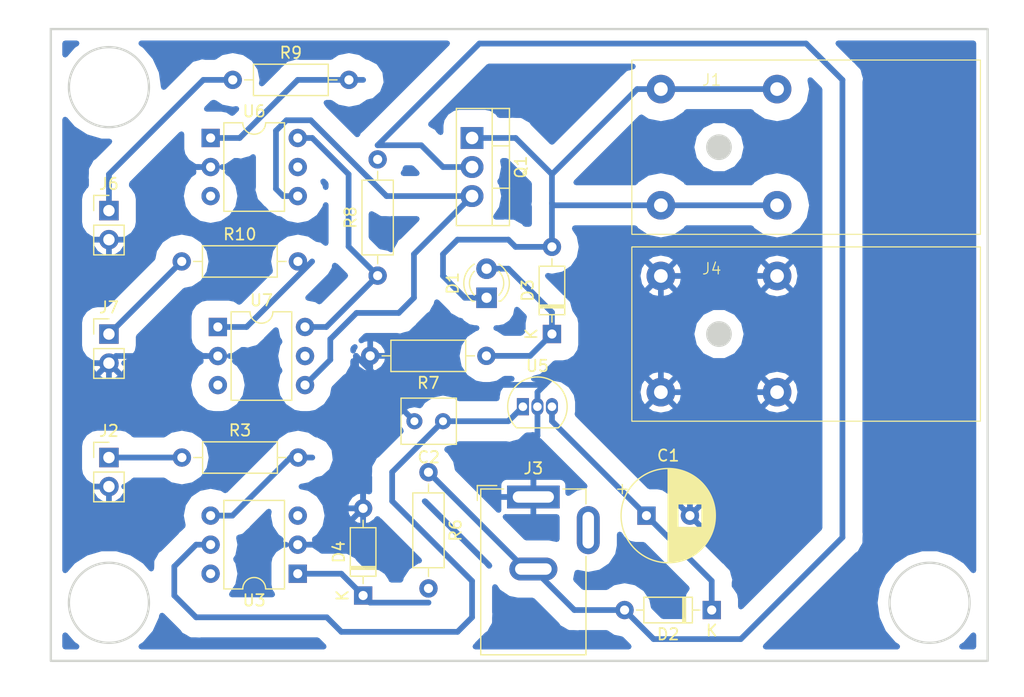
<source format=kicad_pcb>
(kicad_pcb (version 20221018) (generator pcbnew)
  (layers (0 "F.Cu" signal) (31 "B.Cu" signal) (34 "B.Paste" user) (35 "F.Paste" user) (36 "B.SilkS" user "B.Silkscreen") (37 "F.SilkS" user "F.Silkscreen") (38 "B.Mask" user) (39 "F.Mask" user) (44 "Edge.Cuts" user))
  (net 0 "")
  (net 1 "Net-(D2-K)")
  (net 2 "GND")
  (net 3 "+5V")
  (net 4 "Net-(D1-K)")
  (net 5 "Net-(D1-A)")
  (net 6 "VIN")
  (net 7 "Net-(D4-K)")
  (net 8 "Net-(Q1-G)")
  (net 9 "Net-(J2-Pin_1)")
  (net 10 "Net-(R3-Pad2)")
  (net 11 "Net-(R8-Pad1)")
  (net 12 "Net-(J6-Pin_1)")
  (net 13 "Net-(R9-Pad2)")
  (net 14 "Net-(J7-Pin_1)")
  (net 15 "Net-(R10-Pad2)")
  (footprint "Package_DIP:DIP-6_W7.62mm" (layer "F.Cu") (at 63.5 85.105)
    (fp_text reference "U7" (at 3.81 -2.33) (layer "F.SilkS"))
    (fp_text value "MOC3061M")
    (fp_line (start 1.16 -1.33) (end 1.16 6.41) (stroke (width 0.12)) (layer "F.SilkS"))
    (fp_line (start 1.16 6.41) (end 6.46 6.41) (stroke (width 0.12)) (layer "F.SilkS"))
    (fp_line (start 2.81 -1.33) (end 1.16 -1.33) (stroke (width 0.12)) (layer "F.SilkS"))
    (fp_line (start 6.46 -1.33) (end 4.81 -1.33) (stroke (width 0.12)) (layer "F.SilkS"))
    (fp_line (start 6.46 6.41) (end 6.46 -1.33) (stroke (width 0.12)) (layer "F.SilkS"))
    (fp_arc (start 4.81 -1.33) (mid 3.81 -0.33) (end 2.81 -1.33) (stroke (width 0.12)) (layer "F.SilkS"))
    (pad "1" thru_hole rect (at 0 0) (size 1.6 1.6) (drill 0.8) (layers "*.Cu" "*.Mask") (net 15 "Net-(R10-Pad2)"))
    (pad "2" thru_hole oval (at 0 2.54) (size 1.6 1.6) (drill 0.8) (layers "*.Cu" "*.Mask") (net 2 "GND"))
    (pad "3" thru_hole oval (at 0 5.08) (size 1.6 1.6) (drill 0.8) (layers "*.Cu" "*.Mask"))
    (pad "4" thru_hole oval (at 7.62 5.08) (size 1.6 1.6) (drill 0.8) (layers "*.Cu" "*.Mask") (net 8 "Net-(Q1-G)"))
    (pad "5" thru_hole oval (at 7.62 2.54) (size 1.6 1.6) (drill 0.8) (layers "*.Cu" "*.Mask"))
    (pad "6" thru_hole oval (at 7.62 0) (size 1.6 1.6) (drill 0.8) (layers "*.Cu" "*.Mask") (net 11 "Net-(R8-Pad1)"))
  )
  (footprint "Capacitor_THT:CP_Radial_D8.0mm_P3.80mm" (layer "F.Cu") (at 100.975 101.6)
    (fp_text reference "C1" (at 1.9 -5.25) (layer "F.SilkS"))
    (fp_text value "220uF 25V")
    (fp_line (start -2.509698 -2.315) (end -1.709698 -2.315) (stroke (width 0.12)) (layer "F.SilkS"))
    (fp_line (start -2.109698 -2.715) (end -2.109698 -1.915) (stroke (width 0.12)) (layer "F.SilkS"))
    (fp_line (start 1.9 -4.08) (end 1.9 4.08) (stroke (width 0.12)) (layer "F.SilkS"))
    (fp_line (start 1.94 -4.08) (end 1.94 4.08) (stroke (width 0.12)) (layer "F.SilkS"))
    (fp_line (start 1.98 -4.08) (end 1.98 4.08) (stroke (width 0.12)) (layer "F.SilkS"))
    (fp_line (start 2.02 -4.079) (end 2.02 4.079) (stroke (width 0.12)) (layer "F.SilkS"))
    (fp_line (start 2.06 -4.077) (end 2.06 4.077) (stroke (width 0.12)) (layer "F.SilkS"))
    (fp_line (start 2.1 -4.076) (end 2.1 4.076) (stroke (width 0.12)) (layer "F.SilkS"))
    (fp_line (start 2.14 -4.074) (end 2.14 4.074) (stroke (width 0.12)) (layer "F.SilkS"))
    (fp_line (start 2.18 -4.071) (end 2.18 4.071) (stroke (width 0.12)) (layer "F.SilkS"))
    (fp_line (start 2.22 -4.068) (end 2.22 4.068) (stroke (width 0.12)) (layer "F.SilkS"))
    (fp_line (start 2.26 -4.065) (end 2.26 4.065) (stroke (width 0.12)) (layer "F.SilkS"))
    (fp_line (start 2.3 -4.061) (end 2.3 4.061) (stroke (width 0.12)) (layer "F.SilkS"))
    (fp_line (start 2.34 -4.057) (end 2.34 4.057) (stroke (width 0.12)) (layer "F.SilkS"))
    (fp_line (start 2.38 -4.052) (end 2.38 4.052) (stroke (width 0.12)) (layer "F.SilkS"))
    (fp_line (start 2.42 -4.048) (end 2.42 4.048) (stroke (width 0.12)) (layer "F.SilkS"))
    (fp_line (start 2.46 -4.042) (end 2.46 4.042) (stroke (width 0.12)) (layer "F.SilkS"))
    (fp_line (start 2.5 -4.037) (end 2.5 4.037) (stroke (width 0.12)) (layer "F.SilkS"))
    (fp_line (start 2.54 -4.03) (end 2.54 4.03) (stroke (width 0.12)) (layer "F.SilkS"))
    (fp_line (start 2.58 -4.024) (end 2.58 4.024) (stroke (width 0.12)) (layer "F.SilkS"))
    (fp_line (start 2.621 -4.017) (end 2.621 4.017) (stroke (width 0.12)) (layer "F.SilkS"))
    (fp_line (start 2.661 -4.01) (end 2.661 4.01) (stroke (width 0.12)) (layer "F.SilkS"))
    (fp_line (start 2.701 -4.002) (end 2.701 4.002) (stroke (width 0.12)) (layer "F.SilkS"))
    (fp_line (start 2.741 -3.994) (end 2.741 3.994) (stroke (width 0.12)) (layer "F.SilkS"))
    (fp_line (start 2.781 -3.985) (end 2.781 -1.04) (stroke (width 0.12)) (layer "F.SilkS"))
    (fp_line (start 2.781 1.04) (end 2.781 3.985) (stroke (width 0.12)) (layer "F.SilkS"))
    (fp_line (start 2.821 -3.976) (end 2.821 -1.04) (stroke (width 0.12)) (layer "F.SilkS"))
    (fp_line (start 2.821 1.04) (end 2.821 3.976) (stroke (width 0.12)) (layer "F.SilkS"))
    (fp_line (start 2.861 -3.967) (end 2.861 -1.04) (stroke (width 0.12)) (layer "F.SilkS"))
    (fp_line (start 2.861 1.04) (end 2.861 3.967) (stroke (width 0.12)) (layer "F.SilkS"))
    (fp_line (start 2.901 -3.957) (end 2.901 -1.04) (stroke (width 0.12)) (layer "F.SilkS"))
    (fp_line (start 2.901 1.04) (end 2.901 3.957) (stroke (width 0.12)) (layer "F.SilkS"))
    (fp_line (start 2.941 -3.947) (end 2.941 -1.04) (stroke (width 0.12)) (layer "F.SilkS"))
    (fp_line (start 2.941 1.04) (end 2.941 3.947) (stroke (width 0.12)) (layer "F.SilkS"))
    (fp_line (start 2.981 -3.936) (end 2.981 -1.04) (stroke (width 0.12)) (layer "F.SilkS"))
    (fp_line (start 2.981 1.04) (end 2.981 3.936) (stroke (width 0.12)) (layer "F.SilkS"))
    (fp_line (start 3.021 -3.925) (end 3.021 -1.04) (stroke (width 0.12)) (layer "F.SilkS"))
    (fp_line (start 3.021 1.04) (end 3.021 3.925) (stroke (width 0.12)) (layer "F.SilkS"))
    (fp_line (start 3.061 -3.914) (end 3.061 -1.04) (stroke (width 0.12)) (layer "F.SilkS"))
    (fp_line (start 3.061 1.04) (end 3.061 3.914) (stroke (width 0.12)) (layer "F.SilkS"))
    (fp_line (start 3.101 -3.902) (end 3.101 -1.04) (stroke (width 0.12)) (layer "F.SilkS"))
    (fp_line (start 3.101 1.04) (end 3.101 3.902) (stroke (width 0.12)) (layer "F.SilkS"))
    (fp_line (start 3.141 -3.889) (end 3.141 -1.04) (stroke (width 0.12)) (layer "F.SilkS"))
    (fp_line (start 3.141 1.04) (end 3.141 3.889) (stroke (width 0.12)) (layer "F.SilkS"))
    (fp_line (start 3.181 -3.877) (end 3.181 -1.04) (stroke (width 0.12)) (layer "F.SilkS"))
    (fp_line (start 3.181 1.04) (end 3.181 3.877) (stroke (width 0.12)) (layer "F.SilkS"))
    (fp_line (start 3.221 -3.863) (end 3.221 -1.04) (stroke (width 0.12)) (layer "F.SilkS"))
    (fp_line (start 3.221 1.04) (end 3.221 3.863) (stroke (width 0.12)) (layer "F.SilkS"))
    (fp_line (start 3.261 -3.85) (end 3.261 -1.04) (stroke (width 0.12)) (layer "F.SilkS"))
    (fp_line (start 3.261 1.04) (end 3.261 3.85) (stroke (width 0.12)) (layer "F.SilkS"))
    (fp_line (start 3.301 -3.835) (end 3.301 -1.04) (stroke (width 0.12)) (layer "F.SilkS"))
    (fp_line (start 3.301 1.04) (end 3.301 3.835) (stroke (width 0.12)) (layer "F.SilkS"))
    (fp_line (start 3.341 -3.821) (end 3.341 -1.04) (stroke (width 0.12)) (layer "F.SilkS"))
    (fp_line (start 3.341 1.04) (end 3.341 3.821) (stroke (width 0.12)) (layer "F.SilkS"))
    (fp_line (start 3.381 -3.805) (end 3.381 -1.04) (stroke (width 0.12)) (layer "F.SilkS"))
    (fp_line (start 3.381 1.04) (end 3.381 3.805) (stroke (width 0.12)) (layer "F.SilkS"))
    (fp_line (start 3.421 -3.79) (end 3.421 -1.04) (stroke (width 0.12)) (layer "F.SilkS"))
    (fp_line (start 3.421 1.04) (end 3.421 3.79) (stroke (width 0.12)) (layer "F.SilkS"))
    (fp_line (start 3.461 -3.774) (end 3.461 -1.04) (stroke (width 0.12)) (layer "F.SilkS"))
    (fp_line (start 3.461 1.04) (end 3.461 3.774) (stroke (width 0.12)) (layer "F.SilkS"))
    (fp_line (start 3.501 -3.757) (end 3.501 -1.04) (stroke (width 0.12)) (layer "F.SilkS"))
    (fp_line (start 3.501 1.04) (end 3.501 3.757) (stroke (width 0.12)) (layer "F.SilkS"))
    (fp_line (start 3.541 -3.74) (end 3.541 -1.04) (stroke (width 0.12)) (layer "F.SilkS"))
    (fp_line (start 3.541 1.04) (end 3.541 3.74) (stroke (width 0.12)) (layer "F.SilkS"))
    (fp_line (start 3.581 -3.722) (end 3.581 -1.04) (stroke (width 0.12)) (layer "F.SilkS"))
    (fp_line (start 3.581 1.04) (end 3.581 3.722) (stroke (width 0.12)) (layer "F.SilkS"))
    (fp_line (start 3.621 -3.704) (end 3.621 -1.04) (stroke (width 0.12)) (layer "F.SilkS"))
    (fp_line (start 3.621 1.04) (end 3.621 3.704) (stroke (width 0.12)) (layer "F.SilkS"))
    (fp_line (start 3.661 -3.686) (end 3.661 -1.04) (stroke (width 0.12)) (layer "F.SilkS"))
    (fp_line (start 3.661 1.04) (end 3.661 3.686) (stroke (width 0.12)) (layer "F.SilkS"))
    (fp_line (start 3.701 -3.666) (end 3.701 -1.04) (stroke (width 0.12)) (layer "F.SilkS"))
    (fp_line (start 3.701 1.04) (end 3.701 3.666) (stroke (width 0.12)) (layer "F.SilkS"))
    (fp_line (start 3.741 -3.647) (end 3.741 -1.04) (stroke (width 0.12)) (layer "F.SilkS"))
    (fp_line (start 3.741 1.04) (end 3.741 3.647) (stroke (width 0.12)) (layer "F.SilkS"))
    (fp_line (start 3.781 -3.627) (end 3.781 -1.04) (stroke (width 0.12)) (layer "F.SilkS"))
    (fp_line (start 3.781 1.04) (end 3.781 3.627) (stroke (width 0.12)) (layer "F.SilkS"))
    (fp_line (start 3.821 -3.606) (end 3.821 -1.04) (stroke (width 0.12)) (layer "F.SilkS"))
    (fp_line (start 3.821 1.04) (end 3.821 3.606) (stroke (width 0.12)) (layer "F.SilkS"))
    (fp_line (start 3.861 -3.584) (end 3.861 -1.04) (stroke (width 0.12)) (layer "F.SilkS"))
    (fp_line (start 3.861 1.04) (end 3.861 3.584) (stroke (width 0.12)) (layer "F.SilkS"))
    (fp_line (start 3.901 -3.562) (end 3.901 -1.04) (stroke (width 0.12)) (layer "F.SilkS"))
    (fp_line (start 3.901 1.04) (end 3.901 3.562) (stroke (width 0.12)) (layer "F.SilkS"))
    (fp_line (start 3.941 -3.54) (end 3.941 -1.04) (stroke (width 0.12)) (layer "F.SilkS"))
    (fp_line (start 3.941 1.04) (end 3.941 3.54) (stroke (width 0.12)) (layer "F.SilkS"))
    (fp_line (start 3.981 -3.517) (end 3.981 -1.04) (stroke (width 0.12)) (layer "F.SilkS"))
    (fp_line (start 3.981 1.04) (end 3.981 3.517) (stroke (width 0.12)) (layer "F.SilkS"))
    (fp_line (start 4.021 -3.493) (end 4.021 -1.04) (stroke (width 0.12)) (layer "F.SilkS"))
    (fp_line (start 4.021 1.04) (end 4.021 3.493) (stroke (width 0.12)) (layer "F.SilkS"))
    (fp_line (start 4.061 -3.469) (end 4.061 -1.04) (stroke (width 0.12)) (layer "F.SilkS"))
    (fp_line (start 4.061 1.04) (end 4.061 3.469) (stroke (width 0.12)) (layer "F.SilkS"))
    (fp_line (start 4.101 -3.444) (end 4.101 -1.04) (stroke (width 0.12)) (layer "F.SilkS"))
    (fp_line (start 4.101 1.04) (end 4.101 3.444) (stroke (width 0.12)) (layer "F.SilkS"))
    (fp_line (start 4.141 -3.418) (end 4.141 -1.04) (stroke (width 0.12)) (layer "F.SilkS"))
    (fp_line (start 4.141 1.04) (end 4.141 3.418) (stroke (width 0.12)) (layer "F.SilkS"))
    (fp_line (start 4.181 -3.392) (end 4.181 -1.04) (stroke (width 0.12)) (layer "F.SilkS"))
    (fp_line (start 4.181 1.04) (end 4.181 3.392) (stroke (width 0.12)) (layer "F.SilkS"))
    (fp_line (start 4.221 -3.365) (end 4.221 -1.04) (stroke (width 0.12)) (layer "F.SilkS"))
    (fp_line (start 4.221 1.04) (end 4.221 3.365) (stroke (width 0.12)) (layer "F.SilkS"))
    (fp_line (start 4.261 -3.338) (end 4.261 -1.04) (stroke (width 0.12)) (layer "F.SilkS"))
    (fp_line (start 4.261 1.04) (end 4.261 3.338) (stroke (width 0.12)) (layer "F.SilkS"))
    (fp_line (start 4.301 -3.309) (end 4.301 -1.04) (stroke (width 0.12)) (layer "F.SilkS"))
    (fp_line (start 4.301 1.04) (end 4.301 3.309) (stroke (width 0.12)) (layer "F.SilkS"))
    (fp_line (start 4.341 -3.28) (end 4.341 -1.04) (stroke (width 0.12)) (layer "F.SilkS"))
    (fp_line (start 4.341 1.04) (end 4.341 3.28) (stroke (width 0.12)) (layer "F.SilkS"))
    (fp_line (start 4.381 -3.25) (end 4.381 -1.04) (stroke (width 0.12)) (layer "F.SilkS"))
    (fp_line (start 4.381 1.04) (end 4.381 3.25) (stroke (width 0.12)) (layer "F.SilkS"))
    (fp_line (start 4.421 -3.22) (end 4.421 -1.04) (stroke (width 0.12)) (layer "F.SilkS"))
    (fp_line (start 4.421 1.04) (end 4.421 3.22) (stroke (width 0.12)) (layer "F.SilkS"))
    (fp_line (start 4.461 -3.189) (end 4.461 -1.04) (stroke (width 0.12)) (layer "F.SilkS"))
    (fp_line (start 4.461 1.04) (end 4.461 3.189) (stroke (width 0.12)) (layer "F.SilkS"))
    (fp_line (start 4.501 -3.156) (end 4.501 -1.04) (stroke (width 0.12)) (layer "F.SilkS"))
    (fp_line (start 4.501 1.04) (end 4.501 3.156) (stroke (width 0.12)) (layer "F.SilkS"))
    (fp_line (start 4.541 -3.124) (end 4.541 -1.04) (stroke (width 0.12)) (layer "F.SilkS"))
    (fp_line (start 4.541 1.04) (end 4.541 3.124) (stroke (width 0.12)) (layer "F.SilkS"))
    (fp_line (start 4.581 -3.09) (end 4.581 -1.04) (stroke (width 0.12)) (layer "F.SilkS"))
    (fp_line (start 4.581 1.04) (end 4.581 3.09) (stroke (width 0.12)) (layer "F.SilkS"))
    (fp_line (start 4.621 -3.055) (end 4.621 -1.04) (stroke (width 0.12)) (layer "F.SilkS"))
    (fp_line (start 4.621 1.04) (end 4.621 3.055) (stroke (width 0.12)) (layer "F.SilkS"))
    (fp_line (start 4.661 -3.019) (end 4.661 -1.04) (stroke (width 0.12)) (layer "F.SilkS"))
    (fp_line (start 4.661 1.04) (end 4.661 3.019) (stroke (width 0.12)) (layer "F.SilkS"))
    (fp_line (start 4.701 -2.983) (end 4.701 -1.04) (stroke (width 0.12)) (layer "F.SilkS"))
    (fp_line (start 4.701 1.04) (end 4.701 2.983) (stroke (width 0.12)) (layer "F.SilkS"))
    (fp_line (start 4.741 -2.945) (end 4.741 -1.04) (stroke (width 0.12)) (layer "F.SilkS"))
    (fp_line (start 4.741 1.04) (end 4.741 2.945) (stroke (width 0.12)) (layer "F.SilkS"))
    (fp_line (start 4.781 -2.907) (end 4.781 -1.04) (stroke (width 0.12)) (layer "F.SilkS"))
    (fp_line (start 4.781 1.04) (end 4.781 2.907) (stroke (width 0.12)) (layer "F.SilkS"))
    (fp_line (start 4.821 -2.867) (end 4.821 -1.04) (stroke (width 0.12)) (layer "F.SilkS"))
    (fp_line (start 4.821 1.04) (end 4.821 2.867) (stroke (width 0.12)) (layer "F.SilkS"))
    (fp_line (start 4.861 -2.826) (end 4.861 2.826) (stroke (width 0.12)) (layer "F.SilkS"))
    (fp_line (start 4.901 -2.784) (end 4.901 2.784) (stroke (width 0.12)) (layer "F.SilkS"))
    (fp_line (start 4.941 -2.741) (end 4.941 2.741) (stroke (width 0.12)) (layer "F.SilkS"))
    (fp_line (start 4.981 -2.697) (end 4.981 2.697) (stroke (width 0.12)) (layer "F.SilkS"))
    (fp_line (start 5.021 -2.651) (end 5.021 2.651) (stroke (width 0.12)) (layer "F.SilkS"))
    (fp_line (start 5.061 -2.604) (end 5.061 2.604) (stroke (width 0.12)) (layer "F.SilkS"))
    (fp_line (start 5.101 -2.556) (end 5.101 2.556) (stroke (width 0.12)) (layer "F.SilkS"))
    (fp_line (start 5.141 -2.505) (end 5.141 2.505) (stroke (width 0.12)) (layer "F.SilkS"))
    (fp_line (start 5.181 -2.454) (end 5.181 2.454) (stroke (width 0.12)) (layer "F.SilkS"))
    (fp_line (start 5.221 -2.4) (end 5.221 2.4) (stroke (width 0.12)) (layer "F.SilkS"))
    (fp_line (start 5.261 -2.345) (end 5.261 2.345) (stroke (width 0.12)) (layer "F.SilkS"))
    (fp_line (start 5.301 -2.287) (end 5.301 2.287) (stroke (width 0.12)) (layer "F.SilkS"))
    (fp_line (start 5.341 -2.228) (end 5.341 2.228) (stroke (width 0.12)) (layer "F.SilkS"))
    (fp_line (start 5.381 -2.166) (end 5.381 2.166) (stroke (width 0.12)) (layer "F.SilkS"))
    (fp_line (start 5.421 -2.102) (end 5.421 2.102) (stroke (width 0.12)) (layer "F.SilkS"))
    (fp_line (start 5.461 -2.034) (end 5.461 2.034) (stroke (width 0.12)) (layer "F.SilkS"))
    (fp_line (start 5.501 -1.964) (end 5.501 1.964) (stroke (width 0.12)) (layer "F.SilkS"))
    (fp_line (start 5.541 -1.89) (end 5.541 1.89) (stroke (width 0.12)) (layer "F.SilkS"))
    (fp_line (start 5.581 -1.813) (end 5.581 1.813) (stroke (width 0.12)) (layer "F.SilkS"))
    (fp_line (start 5.621 -1.731) (end 5.621 1.731) (stroke (width 0.12)) (layer "F.SilkS"))
    (fp_line (start 5.661 -1.645) (end 5.661 1.645) (stroke (width 0.12)) (layer "F.SilkS"))
    (fp_line (start 5.701 -1.552) (end 5.701 1.552) (stroke (width 0.12)) (layer "F.SilkS"))
    (fp_line (start 5.741 -1.453) (end 5.741 1.453) (stroke (width 0.12)) (layer "F.SilkS"))
    (fp_line (start 5.781 -1.346) (end 5.781 1.346) (stroke (width 0.12)) (layer "F.SilkS"))
    (fp_line (start 5.821 -1.229) (end 5.821 1.229) (stroke (width 0.12)) (layer "F.SilkS"))
    (fp_line (start 5.861 -1.098) (end 5.861 1.098) (stroke (width 0.12)) (layer "F.SilkS"))
    (fp_line (start 5.901 -0.948) (end 5.901 0.948) (stroke (width 0.12)) (layer "F.SilkS"))
    (fp_line (start 5.941 -0.768) (end 5.941 0.768) (stroke (width 0.12)) (layer "F.SilkS"))
    (fp_line (start 5.981 -0.533) (end 5.981 0.533) (stroke (width 0.12)) (layer "F.SilkS"))
    (fp_circle (center 1.9 0) (end 6.02 0) (stroke (width 0.12)) (fill none) (layer "F.SilkS"))
    (pad "1" thru_hole rect (at 0 0) (size 1.6 1.6) (drill 0.8) (layers "*.Cu" "*.Mask") (net 1 "Net-(D2-K)"))
    (pad "2" thru_hole circle (at 3.8 0) (size 1.6 1.6) (drill 0.8) (layers "*.Cu" "*.Mask") (net 2 "GND"))
  )
  (footprint "Resistor_THT:R_Axial_DIN0207_L6.3mm_D2.5mm_P10.16mm_Horizontal" (layer "F.Cu") (at 81.915 97.805 -90)
    (fp_text reference "R6" (at 5.08 -2.37 -90) (layer "F.SilkS"))
    (fp_text value "1k")
    (fp_line (start 1.04 0) (end 1.81 0) (stroke (width 0.12)) (layer "F.SilkS"))
    (fp_line (start 1.81 -1.37) (end 1.81 1.37) (stroke (width 0.12)) (layer "F.SilkS"))
    (fp_line (start 1.81 1.37) (end 8.35 1.37) (stroke (width 0.12)) (layer "F.SilkS"))
    (fp_line (start 8.35 -1.37) (end 1.81 -1.37) (stroke (width 0.12)) (layer "F.SilkS"))
    (fp_line (start 8.35 1.37) (end 8.35 -1.37) (stroke (width 0.12)) (layer "F.SilkS"))
    (fp_line (start 9.12 0) (end 8.35 0) (stroke (width 0.12)) (layer "F.SilkS"))
    (pad "1" thru_hole circle (at 0 0 270) (size 1.6 1.6) (drill 0.8) (layers "*.Cu" "*.Mask") (net 6 "VIN"))
    (pad "2" thru_hole oval (at 10.16 0 270) (size 1.6 1.6) (drill 0.8) (layers "*.Cu" "*.Mask") (net 7 "Net-(D4-K)"))
  )
  (footprint "Resistor_THT:R_Axial_DIN0207_L6.3mm_D2.5mm_P10.16mm_Horizontal" (layer "F.Cu") (at 60.34 79.375)
    (fp_text reference "R10" (at 5.08 -2.37) (layer "F.SilkS"))
    (fp_text value "200R")
    (fp_line (start 1.04 0) (end 1.81 0) (stroke (width 0.12)) (layer "F.SilkS"))
    (fp_line (start 1.81 -1.37) (end 1.81 1.37) (stroke (width 0.12)) (layer "F.SilkS"))
    (fp_line (start 1.81 1.37) (end 8.35 1.37) (stroke (width 0.12)) (layer "F.SilkS"))
    (fp_line (start 8.35 -1.37) (end 1.81 -1.37) (stroke (width 0.12)) (layer "F.SilkS"))
    (fp_line (start 8.35 1.37) (end 8.35 -1.37) (stroke (width 0.12)) (layer "F.SilkS"))
    (fp_line (start 9.12 0) (end 8.35 0) (stroke (width 0.12)) (layer "F.SilkS"))
    (pad "1" thru_hole circle (at 0 0) (size 1.6 1.6) (drill 0.8) (layers "*.Cu" "*.Mask") (net 14 "Net-(J7-Pin_1)"))
    (pad "2" thru_hole oval (at 10.16 0) (size 1.6 1.6) (drill 0.8) (layers "*.Cu" "*.Mask") (net 15 "Net-(R10-Pad2)"))
  )
  (footprint "SamacSys_Parts:douille_4mm_SWEB_8094_rouge" (layer "F.Cu") (at 102.235 64.305 -90)
    (fp_text reference "J1" (at -0.805 -4.445 unlocked) (layer "F.SilkS") (effects (font (thickness 0.1))))
    (fp_text value "SWEB_8094_Au___SW")
    (fp_rect (start 12.7 2.54) (end -2.54 -27.94) (stroke (width 0.1)) (fill none) (layer "F.SilkS"))
    (fp_circle (center 5.08 -5.08) (end 6.18 -5.08) (stroke (width 0.05)) (fill solid) (layer "Edge.Cuts"))
    (pad "1" thru_hole circle (at 0 -10.16 270) (size 2.5 2.5) (drill 1.2) (layers "*.Cu" "*.Mask") (net 4 "Net-(D1-K)"))
    (pad "2" thru_hole circle (at 10.16 -10.16 270) (size 2.5 2.5) (drill 1.2) (layers "*.Cu" "*.Mask") (net 4 "Net-(D1-K)"))
    (pad "3" thru_hole circle (at 10.16 0 270) (size 2.5 2.5) (drill 1.2) (layers "*.Cu" "*.Mask") (net 4 "Net-(D1-K)"))
    (pad "4" thru_hole circle (at 0 0 270) (size 2.5 2.5) (drill 1.2) (layers "*.Cu" "*.Mask") (net 4 "Net-(D1-K)"))
  )
  (footprint "SamacSys_Parts:BarrelJack_GCT_DCJ200-10-A_Horizontal_3D" (layer "F.Cu") (at 91.085 99.97)
    (fp_text reference "J3" (at 0 -2.5) (layer "F.SilkS"))
    (fp_text value "Jack-DC")
    (fp_line (start -4.9 -1) (end -4.9 0.3) (stroke (width 0.12)) (layer "F.SilkS"))
    (fp_line (start -4.6 -0.7) (end -2.6 -0.7) (stroke (width 0.12)) (layer "F.SilkS"))
    (fp_line (start -4.6 13.8) (end -4.6 -0.7) (stroke (width 0.12)) (layer "F.SilkS"))
    (fp_line (start -3.2 -1) (end -4.9 -1) (stroke (width 0.12)) (layer "F.SilkS"))
    (fp_line (start 2.6 -0.7) (end 4.6 -0.7) (stroke (width 0.12)) (layer "F.SilkS"))
    (fp_line (start 4.6 -0.7) (end 4.6 0.6) (stroke (width 0.12)) (layer "F.SilkS"))
    (fp_line (start 4.6 5.2) (end 4.6 13.8) (stroke (width 0.12)) (layer "F.SilkS"))
    (fp_line (start 4.6 13.8) (end -4.6 13.8) (stroke (width 0.12)) (layer "F.SilkS"))
    (pad "1" thru_hole rect (at 0 0) (size 4.6 2) (drill oval 3.6 1) (layers "*.Cu" "*.Mask") (net 2 "GND"))
    (pad "2" thru_hole oval (at 0 6.3) (size 4.2 2) (drill oval 3.2 1) (layers "*.Cu" "*.Mask") (net 6 "VIN"))
    (pad "3" thru_hole oval (at 4.8 2.9) (size 2 4.2) (drill oval 1 3.2) (layers "*.Cu" "*.Mask"))
  )
  (footprint "Package_TO_SOT_THT:TO-220-3_Vertical" (layer "F.Cu") (at 85.725 68.58 -90)
    (fp_text reference "Q1" (at 2.54 -4.27 90) (layer "F.SilkS"))
    (fp_text value "BT136-600")
    (fp_line (start -2.58 -3.27) (end -2.58 1.371) (stroke (width 0.12)) (layer "F.SilkS"))
    (fp_line (start -2.58 -3.27) (end 7.66 -3.27) (stroke (width 0.12)) (layer "F.SilkS"))
    (fp_line (start -2.58 -1.76) (end 7.66 -1.76) (stroke (width 0.12)) (layer "F.SilkS"))
    (fp_line (start -2.58 1.371) (end 7.66 1.371) (stroke (width 0.12)) (layer "F.SilkS"))
    (fp_line (start 0.69 -3.27) (end 0.69 -1.76) (stroke (width 0.12)) (layer "F.SilkS"))
    (fp_line (start 4.391 -3.27) (end 4.391 -1.76) (stroke (width 0.12)) (layer "F.SilkS"))
    (fp_line (start 7.66 -3.27) (end 7.66 1.371) (stroke (width 0.12)) (layer "F.SilkS"))
    (pad "1" thru_hole rect (at 0 0 270) (size 1.905 2) (drill 1.1) (layers "*.Cu" "*.Mask") (net 4 "Net-(D1-K)"))
    (pad "2" thru_hole oval (at 2.54 0 270) (size 1.905 2) (drill 1.1) (layers "*.Cu" "*.Mask") (net 6 "VIN"))
    (pad "3" thru_hole oval (at 5.08 0 270) (size 1.905 2) (drill 1.1) (layers "*.Cu" "*.Mask") (net 8 "Net-(Q1-G)"))
  )
  (footprint "Resistor_THT:R_Axial_DIN0207_L6.3mm_D2.5mm_P10.16mm_Horizontal" (layer "F.Cu") (at 64.8 63.5)
    (fp_text reference "R9" (at 5.08 -2.37) (layer "F.SilkS"))
    (fp_text value "200R")
    (fp_line (start 1.04 0) (end 1.81 0) (stroke (width 0.12)) (layer "F.SilkS"))
    (fp_line (start 1.81 -1.37) (end 1.81 1.37) (stroke (width 0.12)) (layer "F.SilkS"))
    (fp_line (start 1.81 1.37) (end 8.35 1.37) (stroke (width 0.12)) (layer "F.SilkS"))
    (fp_line (start 8.35 -1.37) (end 1.81 -1.37) (stroke (width 0.12)) (layer "F.SilkS"))
    (fp_line (start 8.35 1.37) (end 8.35 -1.37) (stroke (width 0.12)) (layer "F.SilkS"))
    (fp_line (start 9.12 0) (end 8.35 0) (stroke (width 0.12)) (layer "F.SilkS"))
    (pad "1" thru_hole circle (at 0 0) (size 1.6 1.6) (drill 0.8) (layers "*.Cu" "*.Mask") (net 12 "Net-(J6-Pin_1)"))
    (pad "2" thru_hole oval (at 10.16 0) (size 1.6 1.6) (drill 0.8) (layers "*.Cu" "*.Mask") (net 13 "Net-(R9-Pad2)"))
  )
  (footprint "Diode_THT:D_DO-35_SOD27_P7.62mm_Horizontal" (layer "F.Cu") (at 76.2 108.585 90)
    (fp_text reference "D4" (at 3.81 -2.12 90) (layer "F.SilkS"))
    (fp_text value "1N4148")
    (fp_text user "K" (at 0 -1.8 90) (layer "F.SilkS"))
    (fp_line (start 1.04 0) (end 1.69 0) (stroke (width 0.12)) (layer "F.SilkS"))
    (fp_line (start 1.69 -1.12) (end 1.69 1.12) (stroke (width 0.12)) (layer "F.SilkS"))
    (fp_line (start 1.69 1.12) (end 5.93 1.12) (stroke (width 0.12)) (layer "F.SilkS"))
    (fp_line (start 2.29 -1.12) (end 2.29 1.12) (stroke (width 0.12)) (layer "F.SilkS"))
    (fp_line (start 2.41 -1.12) (end 2.41 1.12) (stroke (width 0.12)) (layer "F.SilkS"))
    (fp_line (start 2.53 -1.12) (end 2.53 1.12) (stroke (width 0.12)) (layer "F.SilkS"))
    (fp_line (start 5.93 -1.12) (end 1.69 -1.12) (stroke (width 0.12)) (layer "F.SilkS"))
    (fp_line (start 5.93 1.12) (end 5.93 -1.12) (stroke (width 0.12)) (layer "F.SilkS"))
    (fp_line (start 6.58 0) (end 5.93 0) (stroke (width 0.12)) (layer "F.SilkS"))
    (pad "1" thru_hole rect (at 0 0 90) (size 1.6 1.6) (drill 0.8) (layers "*.Cu" "*.Mask") (net 7 "Net-(D4-K)"))
    (pad "2" thru_hole oval (at 7.62 0 90) (size 1.6 1.6) (drill 0.8) (layers "*.Cu" "*.Mask") (net 2 "GND"))
  )
  (footprint "Capacitor_THT:C_Rect_L4.6mm_W3.8mm_P2.50mm_MKS02_FKP02" (layer "F.Cu") (at 83.185 93.345 180)
    (fp_text reference "C2" (at 1.25 -3.15 180) (layer "F.SilkS"))
    (fp_text value "100nF")
    (fp_line (start -1.17 -2.02) (end -1.17 2.02) (stroke (width 0.12)) (layer "F.SilkS"))
    (fp_line (start -1.17 -2.02) (end 3.67 -2.02) (stroke (width 0.12)) (layer "F.SilkS"))
    (fp_line (start -1.17 2.02) (end 3.67 2.02) (stroke (width 0.12)) (layer "F.SilkS"))
    (fp_line (start 3.67 -2.02) (end 3.67 2.02) (stroke (width 0.12)) (layer "F.SilkS"))
    (pad "1" thru_hole circle (at 0 0 180) (size 1.4 1.4) (drill 0.7) (layers "*.Cu" "*.Mask") (net 3 "+5V"))
    (pad "2" thru_hole circle (at 2.5 0 180) (size 1.4 1.4) (drill 0.7) (layers "*.Cu" "*.Mask") (net 2 "GND"))
  )
  (footprint "Package_DIP:DIP-6_W7.62mm" (layer "F.Cu") (at 70.485 106.68 180)
    (fp_text reference "U3" (at 3.81 -2.33) (layer "F.SilkS"))
    (fp_text value "4N35")
    (fp_line (start 1.16 -1.33) (end 1.16 6.41) (stroke (width 0.12)) (layer "F.SilkS"))
    (fp_line (start 1.16 6.41) (end 6.46 6.41) (stroke (width 0.12)) (layer "F.SilkS"))
    (fp_line (start 2.81 -1.33) (end 1.16 -1.33) (stroke (width 0.12)) (layer "F.SilkS"))
    (fp_line (start 6.46 -1.33) (end 4.81 -1.33) (stroke (width 0.12)) (layer "F.SilkS"))
    (fp_line (start 6.46 6.41) (end 6.46 -1.33) (stroke (width 0.12)) (layer "F.SilkS"))
    (fp_arc (start 4.81 -1.33) (mid 3.81 -0.33) (end 2.81 -1.33) (stroke (width 0.12)) (layer "F.SilkS"))
    (pad "1" thru_hole rect (at 0 0 180) (size 1.6 1.6) (drill 0.8) (layers "*.Cu" "*.Mask") (net 7 "Net-(D4-K)"))
    (pad "2" thru_hole oval (at 0 2.54 180) (size 1.6 1.6) (drill 0.8) (layers "*.Cu" "*.Mask") (net 2 "GND"))
    (pad "3" thru_hole oval (at 0 5.08 180) (size 1.6 1.6) (drill 0.8) (layers "*.Cu" "*.Mask"))
    (pad "4" thru_hole oval (at 7.62 5.08 180) (size 1.6 1.6) (drill 0.8) (layers "*.Cu" "*.Mask") (net 10 "Net-(R3-Pad2)"))
    (pad "5" thru_hole oval (at 7.62 2.54 180) (size 1.6 1.6) (drill 0.8) (layers "*.Cu" "*.Mask") (net 3 "+5V"))
    (pad "6" thru_hole oval (at 7.62 0 180) (size 1.6 1.6) (drill 0.8) (layers "*.Cu" "*.Mask"))
  )
  (footprint "Diode_THT:D_DO-35_SOD27_P7.62mm_Horizontal" (layer "F.Cu") (at 106.68 109.855 180)
    (fp_text reference "D2" (at 3.81 -2.12) (layer "F.SilkS"))
    (fp_text value "1N4148")
    (fp_text user "K" (at 0 -1.8) (layer "F.SilkS"))
    (fp_line (start 1.04 0) (end 1.69 0) (stroke (width 0.12)) (layer "F.SilkS"))
    (fp_line (start 1.69 -1.12) (end 1.69 1.12) (stroke (width 0.12)) (layer "F.SilkS"))
    (fp_line (start 1.69 1.12) (end 5.93 1.12) (stroke (width 0.12)) (layer "F.SilkS"))
    (fp_line (start 2.29 -1.12) (end 2.29 1.12) (stroke (width 0.12)) (layer "F.SilkS"))
    (fp_line (start 2.41 -1.12) (end 2.41 1.12) (stroke (width 0.12)) (layer "F.SilkS"))
    (fp_line (start 2.53 -1.12) (end 2.53 1.12) (stroke (width 0.12)) (layer "F.SilkS"))
    (fp_line (start 5.93 -1.12) (end 1.69 -1.12) (stroke (width 0.12)) (layer "F.SilkS"))
    (fp_line (start 5.93 1.12) (end 5.93 -1.12) (stroke (width 0.12)) (layer "F.SilkS"))
    (fp_line (start 6.58 0) (end 5.93 0) (stroke (width 0.12)) (layer "F.SilkS"))
    (pad "1" thru_hole rect (at 0 0 180) (size 1.6 1.6) (drill 0.8) (layers "*.Cu" "*.Mask") (net 1 "Net-(D2-K)"))
    (pad "2" thru_hole oval (at 7.62 0 180) (size 1.6 1.6) (drill 0.8) (layers "*.Cu" "*.Mask") (net 6 "VIN"))
  )
  (footprint "Resistor_THT:R_Axial_DIN0207_L6.3mm_D2.5mm_P10.16mm_Horizontal" (layer "F.Cu") (at 60.355 96.52)
    (fp_text reference "R3" (at 5.08 -2.37) (layer "F.SilkS"))
    (fp_text value "2k2")
    (fp_line (start 1.04 0) (end 1.81 0) (stroke (width 0.12)) (layer "F.SilkS"))
    (fp_line (start 1.81 -1.37) (end 1.81 1.37) (stroke (width 0.12)) (layer "F.SilkS"))
    (fp_line (start 1.81 1.37) (end 8.35 1.37) (stroke (width 0.12)) (layer "F.SilkS"))
    (fp_line (start 8.35 -1.37) (end 1.81 -1.37) (stroke (width 0.12)) (layer "F.SilkS"))
    (fp_line (start 8.35 1.37) (end 8.35 -1.37) (stroke (width 0.12)) (layer "F.SilkS"))
    (fp_line (start 9.12 0) (end 8.35 0) (stroke (width 0.12)) (layer "F.SilkS"))
    (pad "1" thru_hole circle (at 0 0) (size 1.6 1.6) (drill 0.8) (layers "*.Cu" "*.Mask") (net 9 "Net-(J2-Pin_1)"))
    (pad "2" thru_hole oval (at 10.16 0) (size 1.6 1.6) (drill 0.8) (layers "*.Cu" "*.Mask") (net 10 "Net-(R3-Pad2)"))
  )
  (footprint "Diode_THT:D_DO-35_SOD27_P7.62mm_Horizontal" (layer "F.Cu") (at 92.71 85.72 90)
    (fp_text reference "D3" (at 3.81 -2.12 90) (layer "F.SilkS"))
    (fp_text value "1N4148")
    (fp_text user "K" (at 0 -1.8 90) (layer "F.SilkS"))
    (fp_line (start 1.04 0) (end 1.69 0) (stroke (width 0.12)) (layer "F.SilkS"))
    (fp_line (start 1.69 -1.12) (end 1.69 1.12) (stroke (width 0.12)) (layer "F.SilkS"))
    (fp_line (start 1.69 1.12) (end 5.93 1.12) (stroke (width 0.12)) (layer "F.SilkS"))
    (fp_line (start 2.29 -1.12) (end 2.29 1.12) (stroke (width 0.12)) (layer "F.SilkS"))
    (fp_line (start 2.41 -1.12) (end 2.41 1.12) (stroke (width 0.12)) (layer "F.SilkS"))
    (fp_line (start 2.53 -1.12) (end 2.53 1.12) (stroke (width 0.12)) (layer "F.SilkS"))
    (fp_line (start 5.93 -1.12) (end 1.69 -1.12) (stroke (width 0.12)) (layer "F.SilkS"))
    (fp_line (start 5.93 1.12) (end 5.93 -1.12) (stroke (width 0.12)) (layer "F.SilkS"))
    (fp_line (start 6.58 0) (end 5.93 0) (stroke (width 0.12)) (layer "F.SilkS"))
    (pad "1" thru_hole rect (at 0 0 90) (size 1.6 1.6) (drill 0.8) (layers "*.Cu" "*.Mask") (net 5 "Net-(D1-A)"))
    (pad "2" thru_hole oval (at 7.62 0 90) (size 1.6 1.6) (drill 0.8) (layers "*.Cu" "*.Mask") (net 4 "Net-(D1-K)"))
  )
  (footprint "LED_THT:LED_D3.0mm" (layer "F.Cu") (at 86.995 82.55 90)
    (fp_text reference "D1" (at 1.27 -2.96 90) (layer "F.SilkS"))
    (fp_text value "LED")
    (fp_line (start -0.29 -1.236) (end -0.29 -1.08) (stroke (width 0.12)) (layer "F.SilkS"))
    (fp_line (start -0.29 1.08) (end -0.29 1.236) (stroke (width 0.12)) (layer "F.SilkS"))
    (fp_arc (start -0.29 -1.235516) (mid 1.366487 -1.987659) (end 2.942335 -1.078608) (stroke (width 0.12)) (layer "F.SilkS"))
    (fp_arc (start 0.229039 -1.08) (mid 1.270117 -1.5) (end 2.31113 -1.079837) (stroke (width 0.12)) (layer "F.SilkS"))
    (fp_arc (start 2.31113 1.079837) (mid 1.270117 1.5) (end 0.229039 1.08) (stroke (width 0.12)) (layer "F.SilkS"))
    (fp_arc (start 2.942335 1.078608) (mid 1.366487 1.987659) (end -0.29 1.235516) (stroke (width 0.12)) (layer "F.SilkS"))
    (pad "1" thru_hole rect (at 0 0 90) (size 1.8 1.8) (drill 0.9) (layers "*.Cu" "*.Mask") (net 4 "Net-(D1-K)"))
    (pad "2" thru_hole circle (at 2.54 0 90) (size 1.8 1.8) (drill 0.9) (layers "*.Cu" "*.Mask") (net 5 "Net-(D1-A)"))
  )
  (footprint "Connector_PinHeader_2.54mm:PinHeader_1x02_P2.54mm_Vertical" (layer "F.Cu") (at 53.975 74.93)
    (fp_text reference "J6" (at 0 -2.33) (layer "F.SilkS"))
    (fp_text value "Conn_01x02_Pin")
    (fp_line (start -1.33 -1.33) (end 0 -1.33) (stroke (width 0.12)) (layer "F.SilkS"))
    (fp_line (start -1.33 0) (end -1.33 -1.33) (stroke (width 0.12)) (layer "F.SilkS"))
    (fp_line (start -1.33 1.27) (end -1.33 3.87) (stroke (width 0.12)) (layer "F.SilkS"))
    (fp_line (start -1.33 1.27) (end 1.33 1.27) (stroke (width 0.12)) (layer "F.SilkS"))
    (fp_line (start -1.33 3.87) (end 1.33 3.87) (stroke (width 0.12)) (layer "F.SilkS"))
    (fp_line (start 1.33 1.27) (end 1.33 3.87) (stroke (width 0.12)) (layer "F.SilkS"))
    (pad "1" thru_hole rect (at 0 0) (size 1.7 1.7) (drill 1) (layers "*.Cu" "*.Mask") (net 12 "Net-(J6-Pin_1)"))
    (pad "2" thru_hole oval (at 0 2.54) (size 1.7 1.7) (drill 1) (layers "*.Cu" "*.Mask") (net 2 "GND"))
  )
  (footprint "Package_DIP:DIP-6_W7.62mm" (layer "F.Cu") (at 62.865 68.58)
    (fp_text reference "U6" (at 3.81 -2.33) (layer "F.SilkS"))
    (fp_text value "MOC3022M")
    (fp_line (start 1.16 -1.33) (end 1.16 6.41) (stroke (width 0.12)) (layer "F.SilkS"))
    (fp_line (start 1.16 6.41) (end 6.46 6.41) (stroke (width 0.12)) (layer "F.SilkS"))
    (fp_line (start 2.81 -1.33) (end 1.16 -1.33) (stroke (width 0.12)) (layer "F.SilkS"))
    (fp_line (start 6.46 -1.33) (end 4.81 -1.33) (stroke (width 0.12)) (layer "F.SilkS"))
    (fp_line (start 6.46 6.41) (end 6.46 -1.33) (stroke (width 0.12)) (layer "F.SilkS"))
    (fp_arc (start 4.81 -1.33) (mid 3.81 -0.33) (end 2.81 -1.33) (stroke (width 0.12)) (layer "F.SilkS"))
    (pad "1" thru_hole rect (at 0 0) (size 1.6 1.6) (drill 0.8) (layers "*.Cu" "*.Mask") (net 13 "Net-(R9-Pad2)"))
    (pad "2" thru_hole oval (at 0 2.54) (size 1.6 1.6) (drill 0.8) (layers "*.Cu" "*.Mask") (net 2 "GND"))
    (pad "3" thru_hole oval (at 0 5.08) (size 1.6 1.6) (drill 0.8) (layers "*.Cu" "*.Mask"))
    (pad "4" thru_hole oval (at 7.62 5.08) (size 1.6 1.6) (drill 0.8) (layers "*.Cu" "*.Mask") (net 8 "Net-(Q1-G)"))
    (pad "5" thru_hole oval (at 7.62 2.54) (size 1.6 1.6) (drill 0.8) (layers "*.Cu" "*.Mask"))
    (pad "6" thru_hole oval (at 7.62 0) (size 1.6 1.6) (drill 0.8) (layers "*.Cu" "*.Mask") (net 11 "Net-(R8-Pad1)"))
  )
  (footprint "Package_TO_SOT_THT:TO-92_Inline" (layer "F.Cu") (at 90.17 92.075)
    (fp_text reference "U5" (at 1.27 -3.56) (layer "F.SilkS"))
    (fp_text value "L78L05_TO92")
    (fp_line (start -0.53 1.85) (end 3.07 1.85) (stroke (width 0.12)) (layer "F.SilkS"))
    (fp_arc (start -0.568478 1.838478) (mid -1.132087 -0.994977) (end 1.27 -2.6) (stroke (width 0.12)) (layer "F.SilkS"))
    (fp_arc (start 1.27 -2.6) (mid 3.672087 -0.994977) (end 3.108478 1.838478) (stroke (width 0.12)) (layer "F.SilkS"))
    (pad "1" thru_hole rect (at 0 0) (size 1.05 1.5) (drill 0.75) (layers "*.Cu" "*.Mask") (net 3 "+5V"))
    (pad "2" thru_hole oval (at 1.27 0) (size 1.05 1.5) (drill 0.75) (layers "*.Cu" "*.Mask") (net 2 "GND"))
    (pad "3" thru_hole oval (at 2.54 0) (size 1.05 1.5) (drill 0.75) (layers "*.Cu" "*.Mask") (net 1 "Net-(D2-K)"))
  )
  (footprint "Connector_PinHeader_2.54mm:PinHeader_1x02_P2.54mm_Vertical" (layer "F.Cu") (at 53.975 96.52)
    (fp_text reference "J2" (at 0 -2.33) (layer "F.SilkS"))
    (fp_text value "Conn_01x02_Pin")
    (fp_line (start -1.33 -1.33) (end 0 -1.33) (stroke (width 0.12)) (layer "F.SilkS"))
    (fp_line (start -1.33 0) (end -1.33 -1.33) (stroke (width 0.12)) (layer "F.SilkS"))
    (fp_line (start -1.33 1.27) (end -1.33 3.87) (stroke (width 0.12)) (layer "F.SilkS"))
    (fp_line (start -1.33 1.27) (end 1.33 1.27) (stroke (width 0.12)) (layer "F.SilkS"))
    (fp_line (start -1.33 3.87) (end 1.33 3.87) (stroke (width 0.12)) (layer "F.SilkS"))
    (fp_line (start 1.33 1.27) (end 1.33 3.87) (stroke (width 0.12)) (layer "F.SilkS"))
    (pad "1" thru_hole rect (at 0 0) (size 1.7 1.7) (drill 1) (layers "*.Cu" "*.Mask") (net 9 "Net-(J2-Pin_1)"))
    (pad "2" thru_hole oval (at 0 2.54) (size 1.7 1.7) (drill 1) (layers "*.Cu" "*.Mask") (net 2 "GND"))
  )
  (footprint "Connector_PinHeader_2.54mm:PinHeader_1x02_P2.54mm_Vertical" (layer "F.Cu") (at 53.975 85.725)
    (fp_text reference "J7" (at 0 -2.33) (layer "F.SilkS"))
    (fp_text value "Conn_01x02_Pin")
    (fp_line (start -1.33 -1.33) (end 0 -1.33) (stroke (width 0.12)) (layer "F.SilkS"))
    (fp_line (start -1.33 0) (end -1.33 -1.33) (stroke (width 0.12)) (layer "F.SilkS"))
    (fp_line (start -1.33 1.27) (end -1.33 3.87) (stroke (width 0.12)) (layer "F.SilkS"))
    (fp_line (start -1.33 1.27) (end 1.33 1.27) (stroke (width 0.12)) (layer "F.SilkS"))
    (fp_line (start -1.33 3.87) (end 1.33 3.87) (stroke (width 0.12)) (layer "F.SilkS"))
    (fp_line (start 1.33 1.27) (end 1.33 3.87) (stroke (width 0.12)) (layer "F.SilkS"))
    (pad "1" thru_hole rect (at 0 0) (size 1.7 1.7) (drill 1) (layers "*.Cu" "*.Mask") (net 14 "Net-(J7-Pin_1)"))
    (pad "2" thru_hole oval (at 0 2.54) (size 1.7 1.7) (drill 1) (layers "*.Cu" "*.Mask") (net 2 "GND"))
  )
  (footprint "SamacSys_Parts:douille_4mm_SWEB_8094_noire" (layer "F.Cu") (at 102.235 80.645 -90)
    (fp_text reference "J4" (at -0.635 -4.445 unlocked) (layer "F.SilkS") (effects (font (thickness 0.1))))
    (fp_text value "SWEB_8094_Au___SW")
    (fp_rect (start 12.7 2.54) (end -2.54 -27.94) (stroke (width 0.1)) (fill none) (layer "F.SilkS"))
    (fp_circle (center 5.08 -5.08) (end 6.18 -5.08) (stroke (width 0.05)) (fill solid) (layer "Edge.Cuts"))
    (pad "1" thru_hole circle (at 0 -10.16 270) (size 2.5 2.5) (drill 1.2) (layers "*.Cu" "*.Mask") (net 2 "GND"))
    (pad "2" thru_hole circle (at 10.16 -10.16 270) (size 2.5 2.5) (drill 1.2) (layers "*.Cu" "*.Mask") (net 2 "GND"))
    (pad "3" thru_hole circle (at 10.16 0 270) (size 2.5 2.5) (drill 1.2) (layers "*.Cu" "*.Mask") (net 2 "GND"))
    (pad "4" thru_hole circle (at 0 0 270) (size 2.5 2.5) (drill 1.2) (layers "*.Cu" "*.Mask") (net 2 "GND"))
  )
  (footprint "Resistor_THT:R_Axial_DIN0207_L6.3mm_D2.5mm_P10.16mm_Horizontal" (layer "F.Cu") (at 86.98 87.63 180)
    (fp_text reference "R7" (at 5.08 -2.37 180) (layer "F.SilkS"))
    (fp_text value "1k")
    (fp_line (start 1.04 0) (end 1.81 0) (stroke (width 0.12)) (layer "F.SilkS"))
    (fp_line (start 1.81 -1.37) (end 1.81 1.37) (stroke (width 0.12)) (layer "F.SilkS"))
    (fp_line (start 1.81 1.37) (end 8.35 1.37) (stroke (width 0.12)) (layer "F.SilkS"))
    (fp_line (start 8.35 -1.37) (end 1.81 -1.37) (stroke (width 0.12)) (layer "F.SilkS"))
    (fp_line (start 8.35 1.37) (end 8.35 -1.37) (stroke (width 0.12)) (layer "F.SilkS"))
    (fp_line (start 9.12 0) (end 8.35 0) (stroke (width 0.12)) (layer "F.SilkS"))
    (pad "1" thru_hole circle (at 0 0 180) (size 1.6 1.6) (drill 0.8) (layers "*.Cu" "*.Mask") (net 5 "Net-(D1-A)"))
    (pad "2" thru_hole oval (at 10.16 0 180) (size 1.6 1.6) (drill 0.8) (layers "*.Cu" "*.Mask") (net 2 "GND"))
  )
  (footprint "Resistor_THT:R_Axial_DIN0207_L6.3mm_D2.5mm_P10.16mm_Horizontal" (layer "F.Cu") (at 77.47 80.615 90)
    (fp_text reference "R8" (at 5.08 -2.37 90) (layer "F.SilkS"))
    (fp_text value "200R")
    (fp_line (start 1.04 0) (end 1.81 0) (stroke (width 0.12)) (layer "F.SilkS"))
    (fp_line (start 1.81 -1.37) (end 1.81 1.37) (stroke (width 0.12)) (layer "F.SilkS"))
    (fp_line (start 1.81 1.37) (end 8.35 1.37) (stroke (width 0.12)) (layer "F.SilkS"))
    (fp_line (start 8.35 -1.37) (end 1.81 -1.37) (stroke (width 0.12)) (layer "F.SilkS"))
    (fp_line (start 8.35 1.37) (end 8.35 -1.37) (stroke (width 0.12)) (layer "F.SilkS"))
    (fp_line (start 9.12 0) (end 8.35 0) (stroke (width 0.12)) (layer "F.SilkS"))
    (pad "1" thru_hole circle (at 0 0 90) (size 1.6 1.6) (drill 0.8) (layers "*.Cu" "*.Mask") (net 11 "Net-(R8-Pad1)"))
    (pad "2" thru_hole oval (at 10.16 0 90) (size 1.6 1.6) (drill 0.8) (layers "*.Cu" "*.Mask") (net 6 "VIN"))
  )
  (gr_rect (start 48.895 59.055) (end 130.81 114.3) (stroke (width 0.2)) (fill none) (layer "Edge.Cuts"))
  (gr_circle (center 53.975 64.135) (end 57.475 64.135) (stroke (width 0.2)) (fill none) (layer "Edge.Cuts"))
  (gr_circle (center 53.975 109.22) (end 57.475 109.22) (stroke (width 0.2)) (fill none) (layer "Edge.Cuts"))
  (gr_circle (center 125.73 109.22) (end 129.23 109.22) (stroke (width 0.2)) (fill none) (layer "Edge.Cuts"))
  (segment (start 92.715 93.34) (end 92.715 92.075) (width 0.5) (layer "B.Cu") (net 1))
  (segment (start 106.68 109.855) (end 106.68 107.305) (width 0.5) (layer "B.Cu") (net 1))
  (segment (start 106.68 107.305) (end 100.975 101.6) (width 0.5) (layer "B.Cu") (net 1))
  (segment (start 100.975 101.6) (end 92.715 93.34) (width 0.5) (layer "B.Cu") (net 1))
  (segment (start 50.8 78.74) (end 50.8 87.63) (width 0.5) (layer "B.Cu") (net 2))
  (segment (start 62.865 71.12) (end 60.325 71.12) (width 0.5) (layer "B.Cu") (net 2))
  (segment (start 53.975 77.47) (end 52.07 77.47) (width 0.5) (layer "B.Cu") (net 2))
  (segment (start 91.085 94.97) (end 91.445 94.61) (width 0.5) (layer "B.Cu") (net 2))
  (segment (start 75.58 87.63) (end 75.58 93.24) (width 0.5) (layer "B.Cu") (net 2))
  (segment (start 75.58 89.52) (end 72.39 92.71) (width 0.5) (layer "B.Cu") (net 2))
  (segment (start 91.445 94.61) (end 91.445 92.838122) (width 0.5) (layer "B.Cu") (net 2))
  (segment (start 112.395 90.805) (end 102.235 90.805) (width 0.5) (layer "B.Cu") (net 2))
  (segment (start 60.325 71.12) (end 57.785 73.66) (width 0.5) (layer "B.Cu") (net 2))
  (segment (start 75.58 93.24) (end 75.685 93.345) (width 0.5) (layer "B.Cu") (net 2))
  (segment (start 76.2 100.965) (end 73.025 104.14) (width 0.5) (layer "B.Cu") (net 2))
  (segment (start 102.235 80.645) (end 102.235 90.805) (width 0.5) (layer "B.Cu") (net 2))
  (segment (start 54.595 87.645) (end 53.975 88.265) (width 0.5) (layer "B.Cu") (net 2))
  (segment (start 51.435 99.06) (end 50.8 98.425) (width 0.5) (layer "B.Cu") (net 2))
  (segment (start 72.39 92.71) (end 58.42 92.71) (width 0.5) (layer "B.Cu") (net 2))
  (segment (start 73.025 104.14) (end 70.485 104.14) (width 0.5) (layer "B.Cu") (net 2))
  (segment (start 58.42 92.71) (end 53.975 88.265) (width 0.5) (layer "B.Cu") (net 2))
  (segment (start 76.2 100.965) (end 76.2 93.86) (width 0.5) (layer "B.Cu") (net 2))
  (segment (start 92.689999 89.555001) (end 92.075 90.17) (width 0.5) (layer "B.Cu") (net 2))
  (segment (start 78.12 90.17) (end 75.58 87.63) (width 0.5) (layer "B.Cu") (net 2))
  (segment (start 50.8 87.63) (end 51.435 88.265) (width 0.5) (layer "B.Cu") (net 2))
  (segment (start 91.445 90.8) (end 91.445 91.311878) (width 0.5) (layer "B.Cu") (net 2))
  (segment (start 53.975 99.06) (end 51.435 99.06) (width 0.5) (layer "B.Cu") (net 2))
  (segment (start 75.58 87.63) (end 75.58 89.52) (width 0.5) (layer "B.Cu") (net 2))
  (segment (start 50.8 98.425) (end 50.8 91.44) (width 0.5) (layer "B.Cu") (net 2))
  (segment (start 51.435 88.265) (end 53.975 88.265) (width 0.5) (layer "B.Cu") (net 2))
  (segment (start 57.785 73.66) (end 57.785 76.2) (width 0.5) (layer "B.Cu") (net 2))
  (segment (start 57.785 76.2) (end 56.515 77.47) (width 0.5) (layer "B.Cu") (net 2))
  (segment (start 104.775 101.6) (end 104.775 93.345) (width 0.5) (layer "B.Cu") (net 2))
  (segment (start 52.07 77.47) (end 50.8 78.74) (width 0.5) (layer "B.Cu") (net 2))
  (segment (start 76.2 93.86) (end 75.685 93.345) (width 0.5) (layer "B.Cu") (net 2))
  (segment (start 112.395 80.645) (end 102.235 80.645) (width 0.5) (layer "B.Cu") (net 2))
  (segment (start 50.8 91.44) (end 53.975 88.265) (width 0.5) (layer "B.Cu") (net 2))
  (segment (start 92.075 90.17) (end 91.445 90.8) (width 0.5) (layer "B.Cu") (net 2))
  (segment (start 63.5 87.645) (end 54.595 87.645) (width 0.5) (layer "B.Cu") (net 2))
  (segment (start 56.515 77.47) (end 53.975 77.47) (width 0.5) (layer "B.Cu") (net 2))
  (segment (start 91.085 99.97) (end 91.085 94.97) (width 0.5) (layer "B.Cu") (net 2))
  (segment (start 92.075 90.17) (end 78.12 90.17) (width 0.5) (layer "B.Cu") (net 2))
  (segment (start 100.985001 89.555001) (end 92.689999 89.555001) (width 0.5) (layer "B.Cu") (net 2))
  (segment (start 104.775 93.345) (end 102.235 90.805) (width 0.5) (layer "B.Cu") (net 2))
  (segment (start 102.235 90.805) (end 100.985001 89.555001) (width 0.5) (layer "B.Cu") (net 2))
  (segment (start 88.895 93.345) (end 90.165 92.075) (width 0.5) (layer "B.Cu") (net 3))
  (segment (start 59.69 108.585) (end 61.595 110.49) (width 0.5) (layer "B.Cu") (net 3))
  (segment (start 78.74 97.79) (end 83.185 93.345) (width 0.5) (layer "B.Cu") (net 3))
  (segment (start 73.025 110.49) (end 74.295 111.76) (width 0.5) (layer "B.Cu") (net 3))
  (segment (start 84.455 111.76) (end 85.725 110.49) (width 0.5) (layer "B.Cu") (net 3))
  (segment (start 59.69 106.045) (end 59.69 108.585) (width 0.5) (layer "B.Cu") (net 3))
  (segment (start 85.725 110.49) (end 85.725 107.315) (width 0.5) (layer "B.Cu") (net 3))
  (segment (start 62.865 104.14) (end 61.595 104.14) (width 0.5) (layer "B.Cu") (net 3))
  (segment (start 74.295 111.76) (end 84.455 111.76) (width 0.5) (layer "B.Cu") (net 3))
  (segment (start 61.595 104.14) (end 59.69 106.045) (width 0.5) (layer "B.Cu") (net 3))
  (segment (start 78.74 100.33) (end 78.74 97.79) (width 0.5) (layer "B.Cu") (net 3))
  (segment (start 83.185 93.345) (end 88.895 93.345) (width 0.5) (layer "B.Cu") (net 3))
  (segment (start 61.595 110.49) (end 73.025 110.49) (width 0.5) (layer "B.Cu") (net 3))
  (segment (start 85.725 107.315) (end 78.74 100.33) (width 0.5) (layer "B.Cu") (net 3))
  (segment (start 92.71 71.755) (end 92.71 74.295) (width 0.5) (layer "B.Cu") (net 4))
  (segment (start 89.535 68.58) (end 92.71 71.755) (width 0.5) (layer "B.Cu") (net 4))
  (segment (start 88.9 77.47) (end 84.455 77.47) (width 0.5) (layer "B.Cu") (net 4))
  (segment (start 83.185 78.74) (end 83.185 80.645) (width 0.5) (layer "B.Cu") (net 4))
  (segment (start 89.53 78.1) (end 88.9 77.47) (width 0.5) (layer "B.Cu") (net 4))
  (segment (start 100.16 64.305) (end 92.71 71.755) (width 0.5) (layer "B.Cu") (net 4))
  (segment (start 92.71 78.1) (end 89.53 78.1) (width 0.5) (layer "B.Cu") (net 4))
  (segment (start 85.725 68.58) (end 89.535 68.58) (width 0.5) (layer "B.Cu") (net 4))
  (segment (start 102.235 74.465) (end 92.88 74.465) (width 0.5) (layer "B.Cu") (net 4))
  (segment (start 85.09 82.55) (end 86.995 82.55) (width 0.5) (layer "B.Cu") (net 4))
  (segment (start 83.185 80.645) (end 85.09 82.55) (width 0.5) (layer "B.Cu") (net 4))
  (segment (start 84.455 77.47) (end 83.185 78.74) (width 0.5) (layer "B.Cu") (net 4))
  (segment (start 102.235 64.305) (end 100.16 64.305) (width 0.5) (layer "B.Cu") (net 4))
  (segment (start 102.235 64.305) (end 112.395 64.305) (width 0.5) (layer "B.Cu") (net 4))
  (segment (start 112.395 74.465) (end 102.235 74.465) (width 0.5) (layer "B.Cu") (net 4))
  (segment (start 92.88 74.465) (end 92.71 74.295) (width 0.5) (layer "B.Cu") (net 4))
  (segment (start 92.71 74.295) (end 92.71 78.1) (width 0.5) (layer "B.Cu") (net 4))
  (segment (start 86.98 87.63) (end 90.8 87.63) (width 0.5) (layer "B.Cu") (net 5))
  (segment (start 92.71 83.82) (end 92.71 85.72) (width 0.5) (layer "B.Cu") (net 5))
  (segment (start 88.9 80.01) (end 92.71 83.82) (width 0.5) (layer "B.Cu") (net 5))
  (segment (start 86.995 80.01) (end 88.9 80.01) (width 0.5) (layer "B.Cu") (net 5))
  (segment (start 90.8 87.63) (end 92.71 85.72) (width 0.5) (layer "B.Cu") (net 5))
  (segment (start 90.38 106.27) (end 91.085 106.27) (width 0.5) (layer "B.Cu") (net 6))
  (segment (start 99.06 109.855) (end 101.6 112.395) (width 0.5) (layer "B.Cu") (net 6))
  (segment (start 81.915 97.805) (end 90.38 106.27) (width 0.5) (layer "B.Cu") (net 6))
  (segment (start 101.6 112.395) (end 109.22 112.395) (width 0.5) (layer "B.Cu") (net 6))
  (segment (start 77.47 69.215) (end 81.28 69.215) (width 0.5) (layer "B.Cu") (net 6))
  (segment (start 99.06 109.855) (end 94.67 109.855) (width 0.5) (layer "B.Cu") (net 6))
  (segment (start 118.11 63.5) (end 114.935 60.325) (width 0.5) (layer "B.Cu") (net 6))
  (segment (start 118.11 103.505) (end 118.11 63.5) (width 0.5) (layer "B.Cu") (net 6))
  (segment (start 83.185 71.12) (end 85.725 71.12) (width 0.5) (layer "B.Cu") (net 6))
  (segment (start 81.28 69.215) (end 83.185 71.12) (width 0.5) (layer "B.Cu") (net 6))
  (segment (start 109.22 112.395) (end 118.11 103.505) (width 0.5) (layer "B.Cu") (net 6))
  (segment (start 86.36 60.325) (end 77.47 69.215) (width 0.5) (layer "B.Cu") (net 6))
  (segment (start 94.67 109.855) (end 91.085 106.27) (width 0.5) (layer "B.Cu") (net 6))
  (segment (start 114.935 60.325) (end 86.36 60.325) (width 0.5) (layer "B.Cu") (net 6))
  (segment (start 76.82 109.205) (end 76.2 108.585) (width 0.5) (layer "B.Cu") (net 7))
  (segment (start 81.915 109.205) (end 76.82 109.205) (width 0.5) (layer "B.Cu") (net 7))
  (segment (start 74.295 106.68) (end 76.2 108.585) (width 0.5) (layer "B.Cu") (net 7))
  (segment (start 70.485 106.68) (end 74.295 106.68) (width 0.5) (layer "B.Cu") (net 7))
  (segment (start 85.725 73.66) (end 78.249214 73.66) (width 0.5) (layer "B.Cu") (net 8))
  (segment (start 80.645 82.55) (end 80.645 78.74) (width 0.5) (layer "B.Cu") (net 8))
  (segment (start 69.215 73.66) (end 70.485 73.66) (width 0.5) (layer "B.Cu") (net 8))
  (segment (start 68.58 73.025) (end 69.215 73.66) (width 0.5) (layer "B.Cu") (net 8))
  (segment (start 78.249214 73.66) (end 71.619214 67.03) (width 0.5) (layer "B.Cu") (net 8))
  (segment (start 79.317893 83.877107) (end 80.645 82.55) (width 0.5) (layer "B.Cu") (net 8))
  (segment (start 71.619214 67.03) (end 69.495 67.03) (width 0.5) (layer "B.Cu") (net 8))
  (segment (start 73.33 86.169214) (end 75.622107 83.877107) (width 0.5) (layer "B.Cu") (net 8))
  (segment (start 80.645 78.74) (end 85.725 73.66) (width 0.5) (layer "B.Cu") (net 8))
  (segment (start 71.12 90.185) (end 73.33 87.975) (width 0.5) (layer "B.Cu") (net 8))
  (segment (start 75.622107 83.877107) (end 79.317893 83.877107) (width 0.5) (layer "B.Cu") (net 8))
  (segment (start 69.495 67.03) (end 68.58 67.945) (width 0.5) (layer "B.Cu") (net 8))
  (segment (start 73.33 87.975) (end 73.33 86.169214) (width 0.5) (layer "B.Cu") (net 8))
  (segment (start 68.58 67.945) (end 68.58 73.025) (width 0.5) (layer "B.Cu") (net 8))
  (segment (start 53.975 96.52) (end 60.355 96.52) (width 0.5) (layer "B.Cu") (net 9))
  (segment (start 69.85 96.52) (end 71.755 96.52) (width 0.5) (layer "B.Cu") (net 10))
  (segment (start 64.77 101.6) (end 69.85 96.52) (width 0.5) (layer "B.Cu") (net 10))
  (segment (start 62.865 101.6) (end 64.77 101.6) (width 0.5) (layer "B.Cu") (net 10))
  (segment (start 74.93 78.075) (end 77.47 80.615) (width 0.5) (layer "B.Cu") (net 11))
  (segment (start 70.485 68.58) (end 71.755 68.58) (width 0.5) (layer "B.Cu") (net 11))
  (segment (start 72.98 85.105) (end 77.47 80.615) (width 0.5) (layer "B.Cu") (net 11))
  (segment (start 74.93 71.755) (end 74.93 78.075) (width 0.5) (layer "B.Cu") (net 11))
  (segment (start 71.755 68.58) (end 74.93 71.755) (width 0.5) (layer "B.Cu") (net 11))
  (segment (start 71.12 85.105) (end 72.98 85.105) (width 0.5) (layer "B.Cu") (net 11))
  (segment (start 53.975 71.755) (end 53.975 74.93) (width 0.5) (layer "B.Cu") (net 12))
  (segment (start 64.8 63.5) (end 62.23 63.5) (width 0.5) (layer "B.Cu") (net 12))
  (segment (start 62.23 63.5) (end 53.975 71.755) (width 0.5) (layer "B.Cu") (net 12))
  (segment (start 70.485 63.5) (end 65.405 68.58) (width 0.5) (layer "B.Cu") (net 13))
  (segment (start 76.2 63.5) (end 70.485 63.5) (width 0.5) (layer "B.Cu") (net 13))
  (segment (start 65.405 68.58) (end 62.865 68.58) (width 0.5) (layer "B.Cu") (net 13))
  (segment (start 53.99 85.725) (end 60.34 79.375) (width 0.5) (layer "B.Cu") (net 14))
  (segment (start 53.975 85.725) (end 53.99 85.725) (width 0.5) (layer "B.Cu") (net 14))
  (segment (start 71.74 79.375) (end 66.01 85.105) (width 0.5) (layer "B.Cu") (net 15))
  (segment (start 66.01 85.105) (end 63.5 85.105) (width 0.5) (layer "B.Cu") (net 15))
  (zone (net 2) (net_name "GND") (layer "B.Cu") (priority 1) (connect_pads (clearance 1.5)) (min_thickness 0.5) (fill yes (thermal_gap 0.5) (thermal_bridge_width 0.5) (island_removal_mode 1) (island_area_min 10))
    (polygon (pts (xy 133.985 57.15) (xy 133.985 117.475) (xy 45.085 117.475) (xy 44.45 56.515)))
  )
)
</source>
